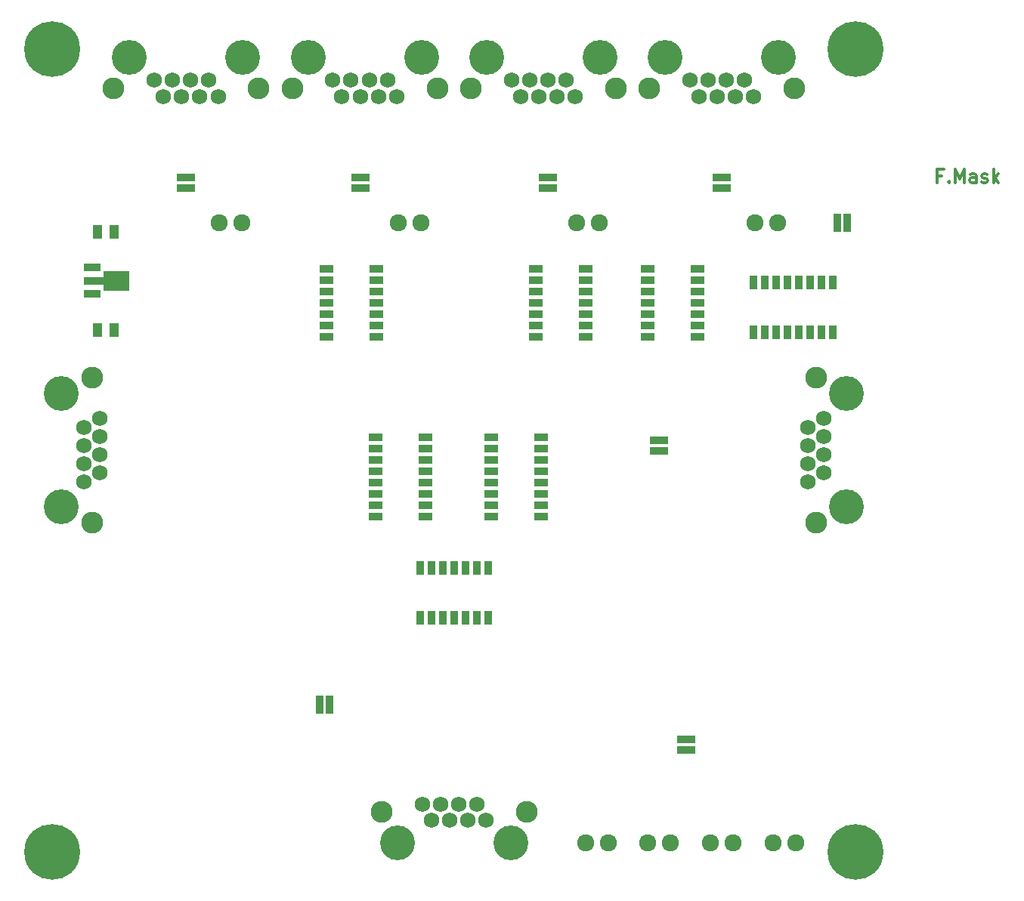
<source format=gts>
G04 (created by PCBNEW (2013-07-07 BZR 4022)-stable) date 9/18/2013 14:01:54*
%MOIN*%
G04 Gerber Fmt 3.4, Leading zero omitted, Abs format*
%FSLAX34Y34*%
G01*
G70*
G90*
G04 APERTURE LIST*
%ADD10C,0.00590551*%
%ADD11C,0.011811*%
%ADD12R,0.0598425X0.0348425*%
%ADD13R,0.019674X0.033474*%
%ADD14C,0.246063*%
%ADD15R,0.0354425X0.0216425*%
%ADD16C,0.0758425*%
%ADD17R,0.0348425X0.0598425*%
%ADD18R,0.0448425X0.0648425*%
%ADD19R,0.0216425X0.0354425*%
%ADD20C,0.153543*%
%ADD21C,0.0689425*%
%ADD22C,0.0964567*%
%ADD23R,0.0728425X0.0374425*%
%ADD24R,0.0925425X0.0374425*%
%ADD25R,0.118143X0.0885425*%
G04 APERTURE END LIST*
G54D10*
G54D11*
X50652Y-16622D02*
X50455Y-16622D01*
X50455Y-16931D02*
X50455Y-16341D01*
X50736Y-16341D01*
X50961Y-16875D02*
X50989Y-16903D01*
X50961Y-16931D01*
X50933Y-16903D01*
X50961Y-16875D01*
X50961Y-16931D01*
X51242Y-16931D02*
X51242Y-16341D01*
X51439Y-16763D01*
X51636Y-16341D01*
X51636Y-16931D01*
X52170Y-16931D02*
X52170Y-16622D01*
X52142Y-16566D01*
X52086Y-16538D01*
X51974Y-16538D01*
X51917Y-16566D01*
X52170Y-16903D02*
X52114Y-16931D01*
X51974Y-16931D01*
X51917Y-16903D01*
X51889Y-16847D01*
X51889Y-16791D01*
X51917Y-16735D01*
X51974Y-16706D01*
X52114Y-16706D01*
X52170Y-16678D01*
X52424Y-16903D02*
X52480Y-16931D01*
X52592Y-16931D01*
X52649Y-16903D01*
X52677Y-16847D01*
X52677Y-16819D01*
X52649Y-16763D01*
X52592Y-16735D01*
X52508Y-16735D01*
X52452Y-16706D01*
X52424Y-16650D01*
X52424Y-16622D01*
X52452Y-16566D01*
X52508Y-16538D01*
X52592Y-16538D01*
X52649Y-16566D01*
X52930Y-16931D02*
X52930Y-16341D01*
X52986Y-16706D02*
X53155Y-16931D01*
X53155Y-16538D02*
X52930Y-16763D01*
G54D12*
X32989Y-31671D03*
X32989Y-31171D03*
X32989Y-30671D03*
X32989Y-30171D03*
X32989Y-29671D03*
X32989Y-29171D03*
X32989Y-28671D03*
X32989Y-28171D03*
X30789Y-28171D03*
X30789Y-28671D03*
X30789Y-29171D03*
X30789Y-29671D03*
X30789Y-30171D03*
X30789Y-30671D03*
X30789Y-31171D03*
X30789Y-31671D03*
X27871Y-31671D03*
X27871Y-31171D03*
X27871Y-30671D03*
X27871Y-30171D03*
X27871Y-29671D03*
X27871Y-29171D03*
X27871Y-28671D03*
X27871Y-28171D03*
X25671Y-28171D03*
X25671Y-28671D03*
X25671Y-29171D03*
X25671Y-29671D03*
X25671Y-30171D03*
X25671Y-30671D03*
X25671Y-31171D03*
X25671Y-31671D03*
G54D13*
X24705Y-17157D03*
X24902Y-17157D03*
X25099Y-17157D03*
X25296Y-17157D03*
X25296Y-16704D03*
X25099Y-16704D03*
X24902Y-16704D03*
X24705Y-16704D03*
X17027Y-17157D03*
X17224Y-17157D03*
X17421Y-17157D03*
X17618Y-17157D03*
X17618Y-16704D03*
X17421Y-16704D03*
X17224Y-16704D03*
X17027Y-16704D03*
X32972Y-17157D03*
X33169Y-17157D03*
X33366Y-17157D03*
X33563Y-17157D03*
X33563Y-16704D03*
X33366Y-16704D03*
X33169Y-16704D03*
X32972Y-16704D03*
X40649Y-17157D03*
X40846Y-17157D03*
X41043Y-17157D03*
X41240Y-17157D03*
X41240Y-16704D03*
X41043Y-16704D03*
X40846Y-16704D03*
X40649Y-16704D03*
G54D14*
X11417Y-11023D03*
X46850Y-11023D03*
X46850Y-46456D03*
X11417Y-46456D03*
G54D15*
X46031Y-18405D03*
X46031Y-18602D03*
X46031Y-18799D03*
X46031Y-18996D03*
X46484Y-18996D03*
X46484Y-18799D03*
X46484Y-18602D03*
X46484Y-18405D03*
G54D12*
X25706Y-23744D03*
X25706Y-23244D03*
X25706Y-22744D03*
X25706Y-22244D03*
X25706Y-21744D03*
X25706Y-21244D03*
X25706Y-20744D03*
X23506Y-20744D03*
X23506Y-21244D03*
X23506Y-21744D03*
X23506Y-22244D03*
X23506Y-22744D03*
X23506Y-23244D03*
X23506Y-23744D03*
X32758Y-20744D03*
X32758Y-21244D03*
X32758Y-21744D03*
X32758Y-22244D03*
X32758Y-22744D03*
X32758Y-23244D03*
X32758Y-23744D03*
X34958Y-23744D03*
X34958Y-23244D03*
X34958Y-22744D03*
X34958Y-22244D03*
X34958Y-21744D03*
X34958Y-21244D03*
X34958Y-20744D03*
X39879Y-23744D03*
X39879Y-23244D03*
X39879Y-22744D03*
X39879Y-22244D03*
X39879Y-21744D03*
X39879Y-21244D03*
X39879Y-20744D03*
X37679Y-20744D03*
X37679Y-21244D03*
X37679Y-21744D03*
X37679Y-22244D03*
X37679Y-22744D03*
X37679Y-23244D03*
X37679Y-23744D03*
G54D16*
X18791Y-18700D03*
X19791Y-18700D03*
X34539Y-18700D03*
X35539Y-18700D03*
X26665Y-18700D03*
X27665Y-18700D03*
X42413Y-18700D03*
X43413Y-18700D03*
G54D17*
X30633Y-33939D03*
X30133Y-33939D03*
X29633Y-33939D03*
X29133Y-33939D03*
X28633Y-33939D03*
X28133Y-33939D03*
X27633Y-33939D03*
X27633Y-36139D03*
X28133Y-36139D03*
X28633Y-36139D03*
X29133Y-36139D03*
X29633Y-36139D03*
X30133Y-36139D03*
X30633Y-36139D03*
X45844Y-21340D03*
X45344Y-21340D03*
X44844Y-21340D03*
X44344Y-21340D03*
X43844Y-21340D03*
X43344Y-21340D03*
X42844Y-21340D03*
X42344Y-21340D03*
X42344Y-23540D03*
X42844Y-23540D03*
X43344Y-23540D03*
X43844Y-23540D03*
X44344Y-23540D03*
X44844Y-23540D03*
X45344Y-23540D03*
X45844Y-23540D03*
G54D15*
X23653Y-40255D03*
X23653Y-40058D03*
X23653Y-39861D03*
X23653Y-39664D03*
X23200Y-39664D03*
X23200Y-39861D03*
X23200Y-40058D03*
X23200Y-40255D03*
G54D18*
X14154Y-23425D03*
X13404Y-23425D03*
X14154Y-19094D03*
X13404Y-19094D03*
G54D19*
X37893Y-28751D03*
X38090Y-28751D03*
X38287Y-28751D03*
X38484Y-28751D03*
X38484Y-28298D03*
X38287Y-28298D03*
X38090Y-28298D03*
X37893Y-28298D03*
G54D20*
X11811Y-31240D03*
X11811Y-26240D03*
G54D21*
X12811Y-30145D03*
X13511Y-29744D03*
X12811Y-29342D03*
X13511Y-28940D03*
X12811Y-28539D03*
X13511Y-28137D03*
X12811Y-27736D03*
X13511Y-27334D03*
G54D22*
X13161Y-31940D03*
X13161Y-25539D03*
G54D20*
X46456Y-26240D03*
X46456Y-31240D03*
G54D21*
X45456Y-27334D03*
X44755Y-27736D03*
X45456Y-28137D03*
X44755Y-28539D03*
X45456Y-28940D03*
X44755Y-29342D03*
X45456Y-29744D03*
X44755Y-30145D03*
G54D22*
X45106Y-25539D03*
X45106Y-31940D03*
G54D20*
X38444Y-11417D03*
X43444Y-11417D03*
G54D21*
X39539Y-12417D03*
X39940Y-13118D03*
X40342Y-12417D03*
X40744Y-13118D03*
X41145Y-12417D03*
X41547Y-13118D03*
X41948Y-12417D03*
X42350Y-13118D03*
G54D22*
X37744Y-12767D03*
X44145Y-12767D03*
G54D20*
X30570Y-11417D03*
X35570Y-11417D03*
G54D21*
X31665Y-12417D03*
X32066Y-13118D03*
X32468Y-12417D03*
X32870Y-13118D03*
X33271Y-12417D03*
X33673Y-13118D03*
X34074Y-12417D03*
X34476Y-13118D03*
G54D22*
X29870Y-12767D03*
X36271Y-12767D03*
G54D20*
X22696Y-11417D03*
X27696Y-11417D03*
G54D21*
X23791Y-12417D03*
X24192Y-13118D03*
X24594Y-12417D03*
X24996Y-13118D03*
X25397Y-12417D03*
X25799Y-13118D03*
X26200Y-12417D03*
X26602Y-13118D03*
G54D22*
X21996Y-12767D03*
X28397Y-12767D03*
G54D20*
X14822Y-11417D03*
X19822Y-11417D03*
G54D21*
X15917Y-12417D03*
X16318Y-13118D03*
X16720Y-12417D03*
X17122Y-13118D03*
X17523Y-12417D03*
X17925Y-13118D03*
X18326Y-12417D03*
X18728Y-13118D03*
G54D22*
X14122Y-12767D03*
X20523Y-12767D03*
G54D20*
X31633Y-46062D03*
X26633Y-46062D03*
G54D21*
X30539Y-45062D03*
X30137Y-44362D03*
X29736Y-45062D03*
X29334Y-44362D03*
X28933Y-45062D03*
X28531Y-44362D03*
X28129Y-45062D03*
X27728Y-44362D03*
G54D22*
X32334Y-44712D03*
X25933Y-44712D03*
G54D19*
X39075Y-41960D03*
X39272Y-41960D03*
X39469Y-41960D03*
X39666Y-41960D03*
X39666Y-41507D03*
X39469Y-41507D03*
X39272Y-41507D03*
X39075Y-41507D03*
G54D16*
X34933Y-46062D03*
X35933Y-46062D03*
X37688Y-46062D03*
X38688Y-46062D03*
X40444Y-46062D03*
X41444Y-46062D03*
X43200Y-46062D03*
X44200Y-46062D03*
G54D23*
X13189Y-20668D03*
G54D24*
X13287Y-21259D03*
G54D23*
X13189Y-21850D03*
G54D25*
X14232Y-21259D03*
M02*

</source>
